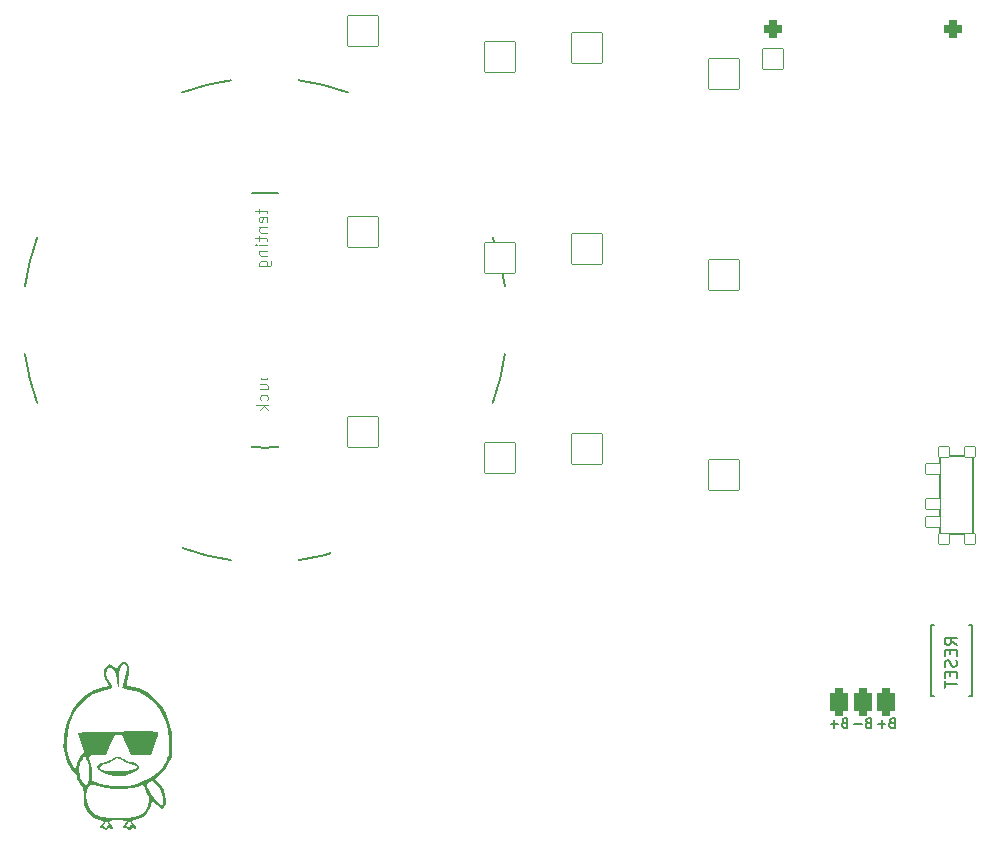
<source format=gbo>
%TF.GenerationSoftware,KiCad,Pcbnew,(6.0.4-0)*%
%TF.CreationDate,2022-04-27T14:09:06+02:00*%
%TF.ProjectId,duck,6475636b-2e6b-4696-9361-645f70636258,v1.0.0*%
%TF.SameCoordinates,Original*%
%TF.FileFunction,Legend,Bot*%
%TF.FilePolarity,Positive*%
%FSLAX46Y46*%
G04 Gerber Fmt 4.6, Leading zero omitted, Abs format (unit mm)*
G04 Created by KiCad (PCBNEW (6.0.4-0)) date 2022-04-27 14:09:06*
%MOMM*%
%LPD*%
G01*
G04 APERTURE LIST*
G04 Aperture macros list*
%AMRoundRect*
0 Rectangle with rounded corners*
0 $1 Rounding radius*
0 $2 $3 $4 $5 $6 $7 $8 $9 X,Y pos of 4 corners*
0 Add a 4 corners polygon primitive as box body*
4,1,4,$2,$3,$4,$5,$6,$7,$8,$9,$2,$3,0*
0 Add four circle primitives for the rounded corners*
1,1,$1+$1,$2,$3*
1,1,$1+$1,$4,$5*
1,1,$1+$1,$6,$7*
1,1,$1+$1,$8,$9*
0 Add four rect primitives between the rounded corners*
20,1,$1+$1,$2,$3,$4,$5,0*
20,1,$1+$1,$4,$5,$6,$7,0*
20,1,$1+$1,$6,$7,$8,$9,0*
20,1,$1+$1,$8,$9,$2,$3,0*%
G04 Aperture macros list end*
%ADD10C,0.150000*%
%ADD11C,0.100000*%
%ADD12C,0.200000*%
%ADD13RoundRect,0.375000X-0.375000X-0.750000X0.375000X-0.750000X0.375000X0.750000X-0.375000X0.750000X0*%
%ADD14R,1.752600X1.752600*%
%ADD15C,1.752600*%
%ADD16RoundRect,0.375000X-0.375000X-0.375000X0.375000X-0.375000X0.375000X0.375000X-0.375000X0.375000X0*%
%ADD17RoundRect,0.425000X-0.375000X-0.750000X0.375000X-0.750000X0.375000X0.750000X-0.375000X0.750000X0*%
%ADD18C,2.100000*%
%ADD19C,3.100000*%
%ADD20C,1.801800*%
%ADD21C,3.529000*%
%ADD22RoundRect,0.050000X-1.054507X-1.505993X1.505993X-1.054507X1.054507X1.505993X-1.505993X1.054507X0*%
%ADD23C,2.132000*%
%ADD24RoundRect,0.050000X-1.181751X-1.408356X1.408356X-1.181751X1.181751X1.408356X-1.408356X1.181751X0*%
%ADD25RoundRect,0.050000X-1.300000X-1.300000X1.300000X-1.300000X1.300000X1.300000X-1.300000X1.300000X0*%
%ADD26RoundRect,0.050000X-1.775833X-0.475833X0.475833X-1.775833X1.775833X0.475833X-0.475833X1.775833X0*%
%ADD27RoundRect,0.050000X-0.450000X0.450000X-0.450000X-0.450000X0.450000X-0.450000X0.450000X0.450000X0*%
%ADD28C,1.100000*%
%ADD29RoundRect,0.050000X-0.625000X0.450000X-0.625000X-0.450000X0.625000X-0.450000X0.625000X0.450000X0*%
%ADD30RoundRect,0.050000X-0.863113X-1.623279X1.623279X-0.863113X0.863113X1.623279X-1.623279X0.863113X0*%
%ADD31RoundRect,0.050000X-1.592168X-0.919239X0.919239X-1.592168X1.592168X0.919239X-0.919239X1.592168X0*%
%ADD32RoundRect,0.050000X-0.876300X0.876300X-0.876300X-0.876300X0.876300X-0.876300X0.876300X0.876300X0*%
%ADD33C,1.852600*%
%ADD34RoundRect,0.425000X-0.375000X-0.375000X0.375000X-0.375000X0.375000X0.375000X-0.375000X0.375000X0*%
%ADD35C,4.500000*%
G04 APERTURE END LIST*
D10*
%TO.C,PAD1*%
X156849182Y54073625D02*
X156734896Y54035530D01*
X156696801Y53997435D01*
X156658706Y53921244D01*
X156658706Y53806959D01*
X156696801Y53730768D01*
X156734896Y53692673D01*
X156811087Y53654578D01*
X157115848Y53654578D01*
X157115848Y54454578D01*
X156849182Y54454578D01*
X156772991Y54416483D01*
X156734896Y54378387D01*
X156696801Y54302197D01*
X156696801Y54226006D01*
X156734896Y54149816D01*
X156772991Y54111721D01*
X156849182Y54073625D01*
X157115848Y54073625D01*
X156315848Y53959340D02*
X155706325Y53959340D01*
X156011087Y53654578D02*
X156011087Y54264102D01*
X152849182Y54073625D02*
X152734896Y54035530D01*
X152696801Y53997435D01*
X152658706Y53921244D01*
X152658706Y53806959D01*
X152696801Y53730768D01*
X152734896Y53692673D01*
X152811087Y53654578D01*
X153115848Y53654578D01*
X153115848Y54454578D01*
X152849182Y54454578D01*
X152772991Y54416483D01*
X152734896Y54378387D01*
X152696801Y54302197D01*
X152696801Y54226006D01*
X152734896Y54149816D01*
X152772991Y54111721D01*
X152849182Y54073625D01*
X153115848Y54073625D01*
X152315848Y53959340D02*
X151706325Y53959340D01*
X152011087Y53654578D02*
X152011087Y54264102D01*
X154849182Y54073625D02*
X154734896Y54035530D01*
X154696801Y53997435D01*
X154658706Y53921244D01*
X154658706Y53806959D01*
X154696801Y53730768D01*
X154734896Y53692673D01*
X154811087Y53654578D01*
X155115848Y53654578D01*
X155115848Y54454578D01*
X154849182Y54454578D01*
X154772991Y54416483D01*
X154734896Y54378387D01*
X154696801Y54302197D01*
X154696801Y54226006D01*
X154734896Y54149816D01*
X154772991Y54111721D01*
X154849182Y54073625D01*
X155115848Y54073625D01*
X154315848Y53959340D02*
X153706325Y53959340D01*
%TO.C,B1*%
X162363467Y60641863D02*
X161887277Y60975197D01*
X162363467Y61213292D02*
X161363467Y61213292D01*
X161363467Y60832340D01*
X161411087Y60737102D01*
X161458706Y60689483D01*
X161553944Y60641863D01*
X161696801Y60641863D01*
X161792039Y60689483D01*
X161839658Y60737102D01*
X161887277Y60832340D01*
X161887277Y61213292D01*
X161839658Y60213292D02*
X161839658Y59879959D01*
X162363467Y59737102D02*
X162363467Y60213292D01*
X161363467Y60213292D01*
X161363467Y59737102D01*
X162315848Y59356149D02*
X162363467Y59213292D01*
X162363467Y58975197D01*
X162315848Y58879959D01*
X162268229Y58832340D01*
X162172991Y58784721D01*
X162077753Y58784721D01*
X161982515Y58832340D01*
X161934896Y58879959D01*
X161887277Y58975197D01*
X161839658Y59165673D01*
X161792039Y59260911D01*
X161744420Y59308530D01*
X161649182Y59356149D01*
X161553944Y59356149D01*
X161458706Y59308530D01*
X161411087Y59260911D01*
X161363467Y59165673D01*
X161363467Y58927578D01*
X161411087Y58784721D01*
X161839658Y58356149D02*
X161839658Y58022816D01*
X162363467Y57879959D02*
X162363467Y58356149D01*
X161363467Y58356149D01*
X161363467Y57879959D01*
X161363467Y57594244D02*
X161363467Y57022816D01*
X162363467Y57308530D02*
X161363467Y57308530D01*
D11*
%TO.C,REF\u002A\u002A*%
X103328934Y97562927D02*
X103328934Y97181974D01*
X102995600Y97420069D02*
X103852743Y97420069D01*
X103947981Y97372450D01*
X103995600Y97277212D01*
X103995600Y97181974D01*
X103947981Y96467688D02*
X103995600Y96562927D01*
X103995600Y96753403D01*
X103947981Y96848641D01*
X103852743Y96896260D01*
X103471791Y96896260D01*
X103376553Y96848641D01*
X103328934Y96753403D01*
X103328934Y96562927D01*
X103376553Y96467688D01*
X103471791Y96420069D01*
X103567029Y96420069D01*
X103662267Y96896260D01*
X103328934Y95991498D02*
X103995600Y95991498D01*
X103424172Y95991498D02*
X103376553Y95943879D01*
X103328934Y95848641D01*
X103328934Y95705784D01*
X103376553Y95610546D01*
X103471791Y95562927D01*
X103995600Y95562927D01*
X103328934Y95229593D02*
X103328934Y94848641D01*
X102995600Y95086736D02*
X103852743Y95086736D01*
X103947981Y95039117D01*
X103995600Y94943879D01*
X103995600Y94848641D01*
X103995600Y94515307D02*
X103328934Y94515307D01*
X102995600Y94515307D02*
X103043220Y94562927D01*
X103090839Y94515307D01*
X103043220Y94467688D01*
X102995600Y94515307D01*
X103090839Y94515307D01*
X103328934Y94039117D02*
X103995600Y94039117D01*
X103424172Y94039117D02*
X103376553Y93991498D01*
X103328934Y93896260D01*
X103328934Y93753403D01*
X103376553Y93658165D01*
X103471791Y93610546D01*
X103995600Y93610546D01*
X103328934Y92705784D02*
X104138458Y92705784D01*
X104233696Y92753403D01*
X104281315Y92801022D01*
X104328934Y92896260D01*
X104328934Y93039117D01*
X104281315Y93134355D01*
X103947981Y92705784D02*
X103995600Y92801022D01*
X103995600Y92991498D01*
X103947981Y93086736D01*
X103900362Y93134355D01*
X103805124Y93181974D01*
X103519410Y93181974D01*
X103424172Y93134355D01*
X103376553Y93086736D01*
X103328934Y92991498D01*
X103328934Y92801022D01*
X103376553Y92705784D01*
X103392434Y83608927D02*
X104392434Y83608927D01*
X103440053Y83608927D02*
X103392434Y83513688D01*
X103392434Y83323212D01*
X103440053Y83227974D01*
X103487672Y83180355D01*
X103582910Y83132736D01*
X103868624Y83132736D01*
X103963862Y83180355D01*
X104011481Y83227974D01*
X104059100Y83323212D01*
X104059100Y83513688D01*
X104011481Y83608927D01*
X103392434Y82275593D02*
X104059100Y82275593D01*
X103392434Y82704165D02*
X103916243Y82704165D01*
X104011481Y82656546D01*
X104059100Y82561307D01*
X104059100Y82418450D01*
X104011481Y82323212D01*
X103963862Y82275593D01*
X104011481Y81370831D02*
X104059100Y81466069D01*
X104059100Y81656546D01*
X104011481Y81751784D01*
X103963862Y81799403D01*
X103868624Y81847022D01*
X103582910Y81847022D01*
X103487672Y81799403D01*
X103440053Y81751784D01*
X103392434Y81656546D01*
X103392434Y81466069D01*
X103440053Y81370831D01*
X104059100Y80942260D02*
X103059100Y80942260D01*
X103678148Y80847022D02*
X104059100Y80561307D01*
X103392434Y80561307D02*
X103773386Y80942260D01*
%TO.C,G\u002A\u002A\u002A*%
G36*
X92090151Y49627570D02*
G01*
X91856858Y49563258D01*
X91606747Y49544050D01*
X91270667Y49555225D01*
X90986219Y49576367D01*
X90716312Y49619910D01*
X90580476Y49661218D01*
X91121943Y49661218D01*
X91172212Y49644332D01*
X91355333Y49637727D01*
X91479582Y49640197D01*
X91585956Y49653481D01*
X91545833Y49674419D01*
X91411551Y49688426D01*
X91164833Y49674419D01*
X91121943Y49661218D01*
X90580476Y49661218D01*
X90454058Y49699662D01*
X90336275Y49750486D01*
X91801597Y49750486D01*
X91802908Y49721584D01*
X91912722Y49706018D01*
X91995945Y49719576D01*
X91963875Y49757170D01*
X91914914Y49770698D01*
X91801597Y49750486D01*
X90336275Y49750486D01*
X90147996Y49831729D01*
X89746667Y50032217D01*
X89668282Y50103879D01*
X89592425Y50280900D01*
X89592991Y50288759D01*
X89799283Y50288759D01*
X89857983Y50173540D01*
X90085333Y50063946D01*
X90307118Y50010411D01*
X90683604Y49968327D01*
X91124575Y49954937D01*
X91591166Y49967895D01*
X92044513Y50004850D01*
X92445752Y50063456D01*
X92756017Y50141363D01*
X92936445Y50236223D01*
X92952870Y50257106D01*
X92927648Y50360963D01*
X92745368Y50474542D01*
X92415354Y50591486D01*
X92240003Y50649272D01*
X91952971Y50770367D01*
X91750142Y50888931D01*
X91523133Y51016450D01*
X91238078Y51033650D01*
X90976467Y50886671D01*
X90852165Y50800634D01*
X90595190Y50675590D01*
X90293677Y50565696D01*
X90185675Y50530865D01*
X89908694Y50408302D01*
X89799283Y50288759D01*
X89592991Y50288759D01*
X89600521Y50393243D01*
X89700681Y50507134D01*
X89931092Y50630227D01*
X90037253Y50675334D01*
X90293403Y50762614D01*
X90481004Y50798141D01*
X90508079Y50800318D01*
X90704595Y50871562D01*
X90916560Y51011667D01*
X90965819Y51051487D01*
X91239808Y51197658D01*
X91507205Y51187960D01*
X91805483Y51022867D01*
X91824727Y51009006D01*
X92105319Y50861058D01*
X92401455Y50772737D01*
X92521155Y50750092D01*
X92839092Y50637187D01*
X93054233Y50476210D01*
X93133333Y50289127D01*
X93129109Y50257106D01*
X93128339Y50251266D01*
X93048156Y50134183D01*
X92852697Y49996498D01*
X92519500Y49821081D01*
X92375777Y49751706D01*
X92301849Y49719576D01*
X92149770Y49653481D01*
X92090151Y49627570D01*
G37*
G36*
X95259442Y46905333D02*
G01*
X95080028Y46693667D01*
X94889847Y46914905D01*
X94698073Y47106204D01*
X94483991Y47273234D01*
X94268316Y47410324D01*
X94167046Y47031686D01*
X94089659Y46807333D01*
X93826231Y46382822D01*
X93454214Y46064981D01*
X93000861Y45880708D01*
X92750623Y45812245D01*
X92577737Y45718440D01*
X92565769Y45611711D01*
X92710000Y45485649D01*
X92812742Y45386672D01*
X92838027Y45320075D01*
X92879333Y45211283D01*
X92867101Y45088285D01*
X92797061Y45052079D01*
X92628231Y45125783D01*
X92504914Y45163962D01*
X92424787Y45083450D01*
X92373787Y45001950D01*
X92253044Y44966823D01*
X92151542Y45075644D01*
X92099140Y45135602D01*
X91942532Y45150436D01*
X91859061Y45142079D01*
X91782767Y45206006D01*
X91807863Y45319653D01*
X91976775Y45319653D01*
X92048529Y45326426D01*
X92135489Y45332391D01*
X92230055Y45228474D01*
X92242357Y45187625D01*
X92279397Y45154979D01*
X92330367Y45277285D01*
X92342796Y45313841D01*
X92410581Y45414172D01*
X92510721Y45371053D01*
X92582415Y45325425D01*
X92676964Y45320075D01*
X92665574Y45373346D01*
X92547918Y45462119D01*
X92438257Y45550734D01*
X92364649Y45701812D01*
X92350157Y45792713D01*
X92312119Y45720000D01*
X92237115Y45597619D01*
X92085970Y45436952D01*
X92038370Y45394588D01*
X91976775Y45319653D01*
X91807863Y45319653D01*
X91812613Y45341165D01*
X91948000Y45508333D01*
X92060721Y45628613D01*
X92117333Y45733122D01*
X92098058Y45749097D01*
X91951057Y45777605D01*
X91690892Y45797310D01*
X91355333Y45804667D01*
X90960743Y45795436D01*
X90703987Y45761712D01*
X90593063Y45696462D01*
X90616460Y45592668D01*
X90762667Y45443312D01*
X90872249Y45318914D01*
X90895969Y45259995D01*
X90932000Y45170496D01*
X90876192Y45067763D01*
X90749393Y45049312D01*
X90632536Y45132400D01*
X90574992Y45161809D01*
X90463905Y45068900D01*
X90453052Y45054460D01*
X90347871Y44966615D01*
X90243433Y45021500D01*
X90175286Y45071084D01*
X89983733Y45127333D01*
X89929490Y45133637D01*
X89840726Y45215190D01*
X89861931Y45331615D01*
X90042325Y45331615D01*
X90101196Y45329547D01*
X90187380Y45333538D01*
X90273434Y45228474D01*
X90285393Y45177281D01*
X90322678Y45140838D01*
X90397544Y45250334D01*
X90432231Y45306915D01*
X90518980Y45368307D01*
X90648640Y45295229D01*
X90710894Y45250200D01*
X90725299Y45259995D01*
X90625277Y45383896D01*
X90485462Y45567764D01*
X90399127Y45720000D01*
X90398865Y45720718D01*
X90360071Y45797530D01*
X90346018Y45709160D01*
X90292576Y45580603D01*
X90148833Y45429234D01*
X90129500Y45414616D01*
X90042325Y45331615D01*
X89861931Y45331615D01*
X89865276Y45349982D01*
X90000667Y45485649D01*
X90091006Y45551564D01*
X90161167Y45676732D01*
X90066699Y45776951D01*
X89810167Y45847352D01*
X89797828Y45849377D01*
X89321255Y46011629D01*
X88920784Y46311861D01*
X88631089Y46724285D01*
X88547814Y46918086D01*
X88483345Y47159840D01*
X88453408Y47456258D01*
X88448903Y47864280D01*
X88448860Y47901843D01*
X88669666Y47901843D01*
X88703855Y47378080D01*
X88863259Y46906486D01*
X89135834Y46517674D01*
X89509535Y46242256D01*
X89547740Y46223624D01*
X89736097Y46145150D01*
X89940546Y46090693D01*
X90199395Y46054516D01*
X90550955Y46030884D01*
X91033535Y46014059D01*
X91604697Y46005675D01*
X92223194Y46023676D01*
X92711581Y46080229D01*
X93090819Y46181432D01*
X93381870Y46333383D01*
X93605694Y46542178D01*
X93783254Y46813915D01*
X93884529Y47050475D01*
X93966471Y47430221D01*
X93955436Y47779890D01*
X93848576Y48045717D01*
X93833639Y48066821D01*
X93726099Y48276554D01*
X93636048Y48533628D01*
X93578673Y48712155D01*
X93506930Y48800658D01*
X93404947Y48778602D01*
X93384596Y48769158D01*
X93206335Y48709770D01*
X92924680Y48633483D01*
X92590784Y48554382D01*
X92525628Y48540603D01*
X91826584Y48453659D01*
X91062673Y48450520D01*
X90306225Y48528041D01*
X89629571Y48683080D01*
X89337909Y48766803D01*
X89078710Y48800246D01*
X88912449Y48736468D01*
X88804247Y48558916D01*
X88719226Y48251036D01*
X88669666Y47901843D01*
X88448860Y47901843D01*
X88448570Y48157704D01*
X88433264Y48435229D01*
X88397135Y48592581D01*
X88336186Y48657889D01*
X88292845Y48685392D01*
X88163348Y48841409D01*
X88030098Y49072370D01*
X87926010Y49316190D01*
X87884000Y49510787D01*
X87877492Y49551718D01*
X87786503Y49725426D01*
X87622447Y49916326D01*
X87466162Y50086417D01*
X88083034Y50086417D01*
X88137891Y49530457D01*
X88172798Y49410235D01*
X88293625Y49134049D01*
X88433471Y48938144D01*
X88631612Y48752000D01*
X88784621Y48985520D01*
X88791980Y48997211D01*
X88884587Y49257259D01*
X88932045Y49618011D01*
X88933874Y50020552D01*
X88889593Y50405965D01*
X88798723Y50715333D01*
X88784513Y50746852D01*
X88680312Y50990303D01*
X88606909Y51181000D01*
X88593108Y51218654D01*
X88546548Y51273984D01*
X88475508Y51214714D01*
X88352074Y51023603D01*
X88175494Y50629602D01*
X88083034Y50086417D01*
X87466162Y50086417D01*
X87391662Y50167498D01*
X87046687Y50728695D01*
X86828912Y51387274D01*
X86740310Y52131605D01*
X86751634Y52349453D01*
X87037333Y52349453D01*
X87051598Y51916053D01*
X87132256Y51369611D01*
X87296742Y50893902D01*
X87559358Y50436515D01*
X87771877Y50123765D01*
X87914579Y50637039D01*
X87972624Y50817483D01*
X88120243Y51145386D01*
X88282024Y51375054D01*
X88506766Y51599797D01*
X88227747Y52389373D01*
X88150937Y52612082D01*
X88054480Y52911971D01*
X87995123Y53124433D01*
X87983469Y53213691D01*
X87993327Y53216156D01*
X88129931Y53225891D01*
X88412109Y53237554D01*
X88821589Y53250639D01*
X89340102Y53264643D01*
X89949378Y53279060D01*
X90631145Y53293386D01*
X91367135Y53307118D01*
X92255177Y53321149D01*
X93039608Y53329805D01*
X93668620Y53331980D01*
X94149312Y53327606D01*
X94488786Y53316614D01*
X94694143Y53298938D01*
X94772483Y53274508D01*
X94767050Y53168229D01*
X94709196Y52937387D01*
X94608276Y52617411D01*
X94474266Y52242808D01*
X94119625Y51302404D01*
X93267568Y51326369D01*
X92415512Y51350333D01*
X91721764Y53043667D01*
X91061220Y53043667D01*
X90714393Y52197000D01*
X90367567Y51350333D01*
X89624569Y51325736D01*
X89581125Y51324380D01*
X89251435Y51316045D01*
X89046381Y51294134D01*
X88947795Y51228177D01*
X88937510Y51087705D01*
X88997359Y50842247D01*
X89109173Y50461333D01*
X89177659Y50153477D01*
X89180290Y50020552D01*
X89189460Y49557344D01*
X89136032Y49119020D01*
X89716516Y48933069D01*
X89841603Y48896360D01*
X90369152Y48790313D01*
X90973967Y48726463D01*
X91596441Y48707253D01*
X92176969Y48735128D01*
X92655943Y48812532D01*
X92706688Y48829326D01*
X93811494Y48829326D01*
X93850368Y48650301D01*
X93978490Y48361811D01*
X94168946Y48035634D01*
X94393603Y47719169D01*
X94624329Y47459817D01*
X94656620Y47430221D01*
X94829582Y47271693D01*
X95003381Y47129176D01*
X95095814Y47074667D01*
X95119990Y47087971D01*
X95156983Y47216558D01*
X95164551Y47442068D01*
X95145264Y47715410D01*
X95101694Y47987490D01*
X95036409Y48209213D01*
X94983846Y48317075D01*
X94810897Y48591777D01*
X94605022Y48852562D01*
X94437735Y49031678D01*
X94314785Y49124283D01*
X94204974Y49127257D01*
X94056613Y49060169D01*
X94044045Y49053534D01*
X93879054Y48935990D01*
X93811494Y48829326D01*
X92706688Y48829326D01*
X93345072Y49040600D01*
X94037636Y49392478D01*
X94638727Y49832535D01*
X95123451Y50342255D01*
X95466911Y50903122D01*
X95546050Y51083499D01*
X95632071Y51325438D01*
X95680933Y51568424D01*
X95702355Y51868489D01*
X95706059Y52281667D01*
X95693847Y52699333D01*
X95604551Y53426649D01*
X95415106Y54106223D01*
X95109351Y54806437D01*
X94904161Y55171778D01*
X94429924Y55784119D01*
X93852712Y56266115D01*
X93164860Y56623495D01*
X92358703Y56861985D01*
X92308022Y56872616D01*
X92016096Y56936566D01*
X91804460Y56987479D01*
X91715967Y57015145D01*
X91713630Y57022716D01*
X91739213Y57134187D01*
X91810757Y57327500D01*
X91886846Y57539207D01*
X91984172Y57898858D01*
X92055789Y58267712D01*
X92091429Y58589494D01*
X92080827Y58807926D01*
X92019249Y58938007D01*
X91857400Y59012667D01*
X91828545Y59010770D01*
X91662876Y58905839D01*
X91540976Y58646886D01*
X91465724Y58242946D01*
X91440000Y57703053D01*
X91433060Y57388386D01*
X91411015Y57130475D01*
X91380090Y57000986D01*
X91346732Y57009934D01*
X91317386Y57167336D01*
X91298501Y57483209D01*
X91271962Y57785990D01*
X91168895Y58198090D01*
X91003192Y58513086D01*
X90789296Y58696561D01*
X90696143Y58729953D01*
X90519528Y58709447D01*
X90415656Y58540138D01*
X90381667Y58218676D01*
X90429683Y57882479D01*
X90607334Y57560621D01*
X90744157Y57372524D01*
X90855912Y57157979D01*
X90831634Y57017781D01*
X90660337Y56923552D01*
X90331037Y56846916D01*
X89974894Y56762944D01*
X89250956Y56473262D01*
X88613053Y56048956D01*
X88070423Y55502637D01*
X87632300Y54846916D01*
X87307920Y54094405D01*
X87106519Y53257713D01*
X87037333Y52349453D01*
X86751634Y52349453D01*
X86782854Y52950057D01*
X86958516Y53830998D01*
X87174637Y54484422D01*
X87560594Y55256015D01*
X88051518Y55909912D01*
X88638665Y56436989D01*
X89313291Y56828122D01*
X90066652Y57074187D01*
X90280479Y57121611D01*
X90486705Y57170687D01*
X90576352Y57196777D01*
X90573828Y57217299D01*
X90509179Y57340230D01*
X90385852Y57532889D01*
X90247409Y57795491D01*
X90164290Y58171560D01*
X90207669Y58522480D01*
X90377818Y58804849D01*
X90497321Y58916981D01*
X90644764Y58996560D01*
X90794198Y58957237D01*
X91004308Y58798407D01*
X91258941Y58584147D01*
X91370637Y58816498D01*
X91502017Y59002620D01*
X91709381Y59176116D01*
X91843944Y59243239D01*
X91971315Y59248022D01*
X92111548Y59144903D01*
X92209675Y59005694D01*
X92281521Y58691329D01*
X92265796Y58264949D01*
X92161780Y57746604D01*
X92114589Y57550014D01*
X92078996Y57339930D01*
X92083079Y57240699D01*
X92152549Y57211120D01*
X92349183Y57156755D01*
X92619750Y57096064D01*
X93106798Y56964555D01*
X93818391Y56638224D01*
X94440856Y56178241D01*
X94967025Y55595014D01*
X95389730Y54898953D01*
X95701804Y54100466D01*
X95896078Y53209961D01*
X95962260Y52281667D01*
X95965384Y52237846D01*
X95965914Y51982525D01*
X95959961Y51628150D01*
X95938003Y51369785D01*
X95891675Y51160285D01*
X95812614Y50952507D01*
X95692459Y50699309D01*
X95433312Y50261863D01*
X94956756Y49716888D01*
X94498261Y49297850D01*
X94754885Y49054092D01*
X94995219Y48770123D01*
X95212833Y48378525D01*
X95357385Y47956541D01*
X95419553Y47543879D01*
X95411282Y47442068D01*
X95390013Y47180241D01*
X95259442Y46905333D01*
G37*
D10*
%TO.C,B1*%
X160161087Y62316483D02*
X160411087Y62316483D01*
X160161087Y56316483D02*
X160161087Y62316483D01*
X163661087Y56316483D02*
X163411087Y56316483D01*
X163411087Y62316483D02*
X163661087Y62316483D01*
X163661087Y62316483D02*
X163661087Y56316483D01*
X160411087Y56316483D02*
X160161087Y56316483D01*
%TO.C,T2*%
X163761087Y71366483D02*
X163761087Y75266483D01*
X160911087Y70016483D02*
X163761087Y70016483D01*
X163761087Y76616483D02*
X160911087Y76616483D01*
X160911087Y76616483D02*
X160911087Y70016483D01*
X163761087Y73316483D02*
X163761087Y76616483D01*
X163761087Y73316483D02*
X163761087Y70016483D01*
D12*
%TO.C,REF\u002A\u002A*%
X103797220Y77346426D02*
G75*
G03*
X104925605Y77405563I0J10794901D01*
G01*
X84511085Y95149471D02*
G75*
G03*
X83477220Y90998927I19286255J-7008074D01*
G01*
X104925605Y98877290D02*
G75*
G03*
X103797220Y98936427I-1128385J-10735763D01*
G01*
X102668835Y77405563D02*
G75*
G03*
X103797220Y77346427I1128379J10735785D01*
G01*
X110805269Y107427560D02*
G75*
G03*
X106654720Y108461427I-7008049J-19286133D01*
G01*
X123083354Y81133379D02*
G75*
G03*
X124117220Y85283927I-19286134J7008048D01*
G01*
X96789175Y68855292D02*
G75*
G03*
X100939720Y67821427I7008045J19286135D01*
G01*
X106654720Y67821427D02*
G75*
G03*
X110805265Y68855292I-2857506J20320019D01*
G01*
X83477219Y85283927D02*
G75*
G03*
X84511085Y81133381I20320001J2857500D01*
G01*
X100939720Y108461428D02*
G75*
G03*
X96789174Y107427562I2857500J-20320001D01*
G01*
X124117220Y90998927D02*
G75*
G03*
X123083354Y95149475I-20320000J-2857500D01*
G01*
X103797220Y98936427D02*
G75*
G03*
X102668835Y98877291I-6J-10794921D01*
G01*
%TD*%
D13*
%TO.C,PAD1*%
X152411087Y55816483D03*
X156411087Y55816483D03*
X154411087Y55816483D03*
%TD*%
D14*
%TO.C,MCU1*%
X146791087Y110286483D03*
D15*
X146791087Y107746483D03*
X146791087Y105206483D03*
X146791087Y102666483D03*
X146791087Y100126483D03*
X146791087Y97586483D03*
X146791087Y95046483D03*
X146791087Y92506483D03*
X146791087Y89966483D03*
X146791087Y87426483D03*
X146791087Y84886483D03*
X146791087Y82346483D03*
X162031087Y110286483D03*
X162031087Y107746483D03*
X162031087Y105206483D03*
X162031087Y102666483D03*
X162031087Y100126483D03*
X162031087Y97586483D03*
X162031087Y95046483D03*
X162031087Y92506483D03*
X162031087Y89966483D03*
X162031087Y87426483D03*
X162031087Y84886483D03*
X162031087Y82346483D03*
D16*
X146791087Y112826483D03*
X162031087Y112826483D03*
%TD*%
%LPC*%
D17*
%TO.C,PAD1*%
X152411087Y55816483D03*
X156411087Y55816483D03*
X154411087Y55816483D03*
%TD*%
D18*
%TO.C,B1*%
X161911087Y56066483D03*
X161911087Y62566483D03*
%TD*%
D19*
%TO.C,S11*%
X75659968Y109306337D03*
X70353903Y110604673D03*
X70353903Y110604673D03*
D20*
X65970667Y103790002D03*
D19*
X65811891Y107569855D03*
D21*
X71387110Y104745067D03*
D20*
X76803553Y105700132D03*
D22*
X67128658Y110035975D03*
X78885213Y109875035D03*
%TD*%
D20*
%TO.C,S34*%
X157191785Y38610213D03*
D21*
X152428645Y41360213D03*
D20*
X147665505Y44110213D03*
D23*
X146198518Y40569316D03*
X154858772Y35569316D03*
X149478645Y36250663D03*
X149478645Y36250663D03*
%TD*%
D21*
%TO.C,S15*%
X94221643Y97114167D03*
D20*
X99700714Y97593524D03*
D19*
X98875782Y101285676D03*
X93703066Y103041525D03*
X93703066Y103041525D03*
X88913835Y100414118D03*
D20*
X88742572Y96634810D03*
D24*
X90440529Y102756090D03*
X102138320Y101571111D03*
%TD*%
D19*
%TO.C,S21*%
X115411087Y95636017D03*
D20*
X109911087Y89686017D03*
D19*
X115411087Y95636017D03*
X120411087Y93436017D03*
D20*
X120911087Y89686017D03*
D19*
X110411087Y93436017D03*
D21*
X115411087Y89686017D03*
D25*
X112136087Y95636017D03*
X123686087Y93436017D03*
%TD*%
D20*
%TO.C,S8*%
X71874705Y70306538D03*
X82707591Y72216668D03*
D21*
X77291148Y71261603D03*
D23*
X73026972Y66651093D03*
X82875050Y68387574D03*
X78315672Y65451237D03*
X78315672Y65451237D03*
%TD*%
D21*
%TO.C,S14*%
X95703291Y80178857D03*
D20*
X101182362Y80658214D03*
X90224220Y79699500D03*
D23*
X91053509Y75957538D03*
X101015456Y76829096D03*
X96217510Y74301308D03*
X96217510Y74301308D03*
%TD*%
D21*
%TO.C,S20*%
X115411087Y72686017D03*
D20*
X109911087Y72686017D03*
X120911087Y72686017D03*
D23*
X120411087Y68886017D03*
X110411087Y68886017D03*
X115411087Y66786017D03*
X115411087Y66786017D03*
%TD*%
D20*
%TO.C,S28*%
X128877759Y88246289D03*
X139877759Y88246289D03*
D21*
X134377759Y88246289D03*
D23*
X129377759Y84446289D03*
X139377759Y84446289D03*
X134377759Y82346289D03*
X134377759Y82346289D03*
%TD*%
D21*
%TO.C,S26*%
X134377759Y71246289D03*
D20*
X128877759Y71246289D03*
X139877759Y71246289D03*
D23*
X129377759Y67446289D03*
X139377759Y67446289D03*
X134377759Y65346289D03*
X134377759Y65346289D03*
%TD*%
D19*
%TO.C,S29*%
X134377759Y111196289D03*
X134377759Y111196289D03*
D20*
X139877759Y105246289D03*
D21*
X134377759Y105246289D03*
D19*
X139377759Y108996289D03*
X129377759Y108996289D03*
D20*
X128877759Y105246289D03*
D25*
X131102759Y111196289D03*
X142652759Y108996289D03*
%TD*%
D21*
%TO.C,S33*%
X152428645Y41360213D03*
D19*
X155403645Y46513064D03*
X149973518Y47107808D03*
D20*
X147665505Y44110213D03*
D19*
X155403645Y46513064D03*
X158633772Y42107808D03*
D20*
X157191785Y38610213D03*
D26*
X152567412Y48150564D03*
X161470005Y40470308D03*
%TD*%
D19*
%TO.C,S7*%
X71715929Y74086391D03*
X81564006Y75822873D03*
X76257941Y77121209D03*
D20*
X71874705Y70306538D03*
D19*
X76257941Y77121209D03*
D20*
X82707591Y72216668D03*
D21*
X77291148Y71261603D03*
D22*
X73032696Y76552511D03*
X84789251Y76391571D03*
%TD*%
D20*
%TO.C,S2*%
X57770005Y47649137D03*
D21*
X63029681Y49257181D03*
D20*
X68289357Y50865225D03*
D23*
X59359170Y44161364D03*
X68922217Y47085081D03*
X64754674Y43614983D03*
X64754674Y43614983D03*
%TD*%
D27*
%TO.C,T2*%
X163511087Y69616483D03*
X163511087Y77016483D03*
X161311087Y69616483D03*
X161311087Y77016483D03*
D28*
X162411087Y74816483D03*
X162411087Y71816483D03*
D29*
X160336087Y75566483D03*
X160336087Y72566483D03*
X160336087Y71066483D03*
%TD*%
D20*
%TO.C,S1*%
X68289357Y50865225D03*
D19*
X66714811Y54305182D03*
X61290069Y54947194D03*
X61290069Y54947194D03*
D21*
X63029681Y49257181D03*
D19*
X57151763Y51381465D03*
D20*
X57770005Y47649137D03*
D30*
X58158171Y53989677D03*
X69846709Y55262700D03*
%TD*%
D21*
%TO.C,S5*%
X53089043Y81771543D03*
D20*
X58348719Y83379587D03*
D19*
X51349431Y87461556D03*
X51349431Y87461556D03*
D20*
X47829367Y80163499D03*
D19*
X47211125Y83895827D03*
X56774173Y86819544D03*
D30*
X48217533Y86504039D03*
X59906071Y87777062D03*
%TD*%
D19*
%TO.C,S27*%
X129377759Y91996289D03*
D20*
X139877759Y88246289D03*
D21*
X134377759Y88246289D03*
D19*
X139377759Y91996289D03*
X134377759Y94196289D03*
X134377759Y94196289D03*
D20*
X128877759Y88246289D03*
D25*
X131102759Y94196289D03*
X142652759Y91996289D03*
%TD*%
D19*
%TO.C,S9*%
X68763910Y90828123D03*
D21*
X74339129Y88003335D03*
D19*
X73305922Y93862941D03*
X78611987Y92564605D03*
D20*
X68922686Y87048270D03*
D19*
X73305922Y93862941D03*
D20*
X79755572Y88958400D03*
D22*
X70080677Y93294243D03*
X81837232Y93133303D03*
%TD*%
D20*
%TO.C,S16*%
X99700714Y97593524D03*
D21*
X94221643Y97114167D03*
D20*
X88742572Y96634810D03*
D23*
X99533808Y93764406D03*
X89571861Y92892848D03*
X94735862Y91236618D03*
X94735862Y91236618D03*
%TD*%
D20*
%TO.C,S30*%
X139877759Y105246289D03*
X128877759Y105246289D03*
D21*
X134377759Y105246289D03*
D23*
X139377759Y101446289D03*
X129377759Y101446289D03*
X134377759Y99346289D03*
X134377759Y99346289D03*
%TD*%
D20*
%TO.C,S13*%
X90224220Y79699500D03*
X101182362Y80658214D03*
D21*
X95703291Y80178857D03*
D19*
X95184714Y86106215D03*
X100357430Y84350366D03*
X95184714Y86106215D03*
X90395483Y83478808D03*
D24*
X91922177Y85820780D03*
X103619968Y84635801D03*
%TD*%
D20*
%TO.C,S24*%
X109911087Y106686017D03*
X120911087Y106686017D03*
D21*
X115411087Y106686017D03*
D23*
X110411087Y102886017D03*
X120411087Y102886017D03*
X115411087Y100786017D03*
X115411087Y100786017D03*
%TD*%
D20*
%TO.C,S17*%
X87260925Y113570120D03*
D21*
X92739996Y114049477D03*
D20*
X98219067Y114528834D03*
D19*
X87432188Y117349428D03*
X97394135Y118220986D03*
X92221419Y119976835D03*
X92221419Y119976835D03*
D24*
X88958882Y119691400D03*
X100656673Y118506421D03*
%TD*%
D20*
%TO.C,S4*%
X52799686Y63906318D03*
X63319038Y67122406D03*
D21*
X58059362Y65514362D03*
D23*
X54388851Y60418545D03*
X63951898Y63342262D03*
X59784355Y59872164D03*
X59784355Y59872164D03*
%TD*%
D20*
%TO.C,S10*%
X79755572Y88958400D03*
X68922686Y87048270D03*
D21*
X74339129Y88003335D03*
D23*
X70074953Y83392825D03*
X79923031Y85129306D03*
X75363653Y82192969D03*
X75363653Y82192969D03*
%TD*%
D20*
%TO.C,S22*%
X109911087Y89686017D03*
X120911087Y89686017D03*
D21*
X115411087Y89686017D03*
D23*
X110411087Y85886017D03*
X120411087Y85886017D03*
X115411087Y83786017D03*
X115411087Y83786017D03*
%TD*%
D21*
%TO.C,S31*%
X133891046Y49038738D03*
D20*
X128578454Y50462243D03*
D19*
X135431019Y54785997D03*
X139691247Y51366865D03*
X135431019Y54785997D03*
X130031988Y53955055D03*
D20*
X139203638Y47615233D03*
D31*
X132267612Y55633629D03*
X142854654Y50519232D03*
%TD*%
D32*
%TO.C,MCU1*%
X146791087Y110286483D03*
D33*
X146791087Y107746483D03*
X146791087Y105206483D03*
X146791087Y102666483D03*
X146791087Y100126483D03*
X146791087Y97586483D03*
X146791087Y95046483D03*
X146791087Y92506483D03*
X146791087Y89966483D03*
X146791087Y87426483D03*
X146791087Y84886483D03*
X146791087Y82346483D03*
X162031087Y110286483D03*
X162031087Y107746483D03*
X162031087Y105206483D03*
X162031087Y102666483D03*
X162031087Y100126483D03*
X162031087Y97586483D03*
X162031087Y95046483D03*
X162031087Y92506483D03*
X162031087Y89966483D03*
X162031087Y87426483D03*
X162031087Y84886483D03*
X162031087Y82346483D03*
D34*
X146791087Y112826483D03*
X162031087Y112826483D03*
%TD*%
D20*
%TO.C,S3*%
X52799686Y63906318D03*
D19*
X52181444Y67638646D03*
D21*
X58059362Y65514362D03*
D19*
X61744492Y70562363D03*
X56319750Y71204375D03*
X56319750Y71204375D03*
D20*
X63319038Y67122406D03*
D30*
X53187852Y70246858D03*
X64876390Y71519881D03*
%TD*%
D20*
%TO.C,S32*%
X139203638Y47615233D03*
D21*
X133891046Y49038738D03*
D20*
X128578454Y50462243D03*
D23*
X137737163Y44074125D03*
X128077904Y46662315D03*
X132364014Y43339776D03*
X132364014Y43339776D03*
%TD*%
D35*
%TO.C,REF\u002A\u002A*%
X84747220Y88141427D03*
X103797220Y69091427D03*
X103797220Y107191427D03*
%TD*%
D21*
%TO.C,S12*%
X71387110Y104745067D03*
D20*
X65970667Y103790002D03*
X76803553Y105700132D03*
D23*
X76971012Y101871038D03*
X67122934Y100134557D03*
X72411634Y98934701D03*
X72411634Y98934701D03*
%TD*%
D21*
%TO.C,S23*%
X115411087Y106686017D03*
D20*
X120911087Y106686017D03*
D19*
X115411087Y112636017D03*
X115411087Y112636017D03*
X110411087Y110436017D03*
X120411087Y110436017D03*
D20*
X109911087Y106686017D03*
D25*
X112136087Y112636017D03*
X123686087Y110436017D03*
%TD*%
D19*
%TO.C,S25*%
X134377759Y77196289D03*
D21*
X134377759Y71246289D03*
D19*
X129377759Y74996289D03*
D20*
X139877759Y71246289D03*
D19*
X134377759Y77196289D03*
X139377759Y74996289D03*
D20*
X128877759Y71246289D03*
D25*
X131102759Y77196289D03*
X142652759Y74996289D03*
%TD*%
D20*
%TO.C,S6*%
X47829367Y80163499D03*
X58348719Y83379587D03*
D21*
X53089043Y81771543D03*
D23*
X49418532Y76675726D03*
X58981579Y79599443D03*
X54814036Y76129345D03*
X54814036Y76129345D03*
%TD*%
D21*
%TO.C,S19*%
X115411087Y72686017D03*
D19*
X115411087Y78636017D03*
X110411087Y76436017D03*
D20*
X120911087Y72686017D03*
X109911087Y72686017D03*
D19*
X120411087Y76436017D03*
X115411087Y78636017D03*
D25*
X112136087Y78636017D03*
X123686087Y76436017D03*
%TD*%
D20*
%TO.C,S18*%
X98219067Y114528834D03*
D21*
X92739996Y114049477D03*
D20*
X87260925Y113570120D03*
D23*
X88090214Y109828158D03*
X98052161Y110699716D03*
X93254215Y108171928D03*
X93254215Y108171928D03*
%TD*%
M02*

</source>
